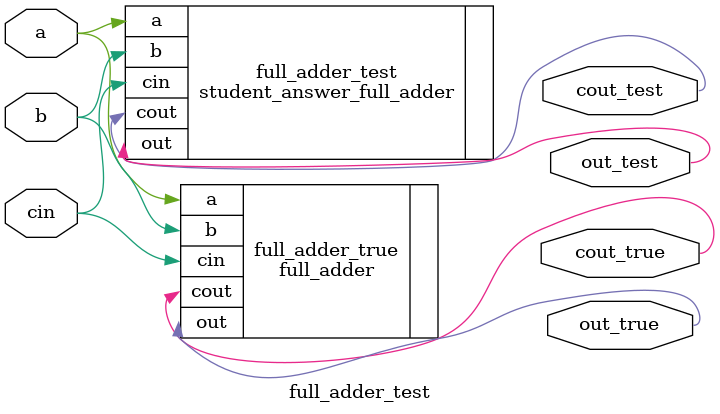
<source format=v>
module full_adder_test(
	input	   a,b,cin,
	output	out_true,cout_true,
	output   out_test, cout_test
);

full_adder full_adder_true
(
	.a (a),
	.b (b),
	.cin (cin),

	.out(out_true),
	.cout(cout_true)
);

student_answer_full_adder full_adder_test
(
	.a (a),
	.b (b),
	.cin (cin),

	.out(out_test),
	.cout(cout_test)
);

endmodule
</source>
